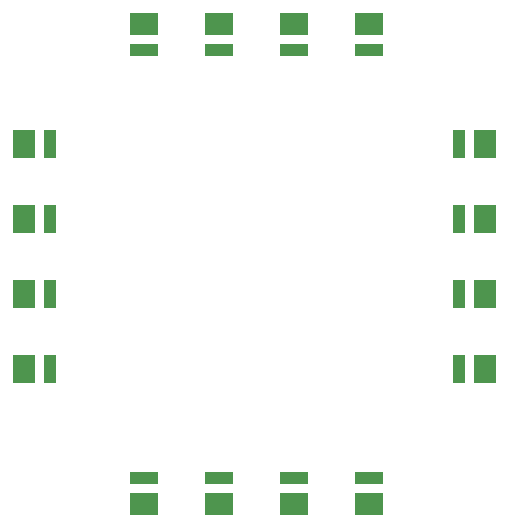
<source format=gbr>
%TF.GenerationSoftware,KiCad,Pcbnew,(5.1.6)-1*%
%TF.CreationDate,2020-10-15T00:56:24-04:00*%
%TF.ProjectId,KiCAD PCB,4b694341-4420-4504-9342-2e6b69636164,rev?*%
%TF.SameCoordinates,Original*%
%TF.FileFunction,Paste,Top*%
%TF.FilePolarity,Positive*%
%FSLAX46Y46*%
G04 Gerber Fmt 4.6, Leading zero omitted, Abs format (unit mm)*
G04 Created by KiCad (PCBNEW (5.1.6)-1) date 2020-10-15 00:56:24*
%MOMM*%
%LPD*%
G01*
G04 APERTURE LIST*
%ADD10R,1.030000X2.400000*%
%ADD11R,1.980000X2.400000*%
%ADD12R,2.400000X1.030000*%
%ADD13R,2.400000X1.980000*%
G04 APERTURE END LIST*
D10*
%TO.C,D16*%
X135255000Y-96520000D03*
D11*
X137460000Y-96520000D03*
%TD*%
D10*
%TO.C,D15*%
X135255000Y-90170000D03*
D11*
X137460000Y-90170000D03*
%TD*%
D10*
%TO.C,D14*%
X135255000Y-83820000D03*
D11*
X137460000Y-83820000D03*
%TD*%
D10*
%TO.C,D13*%
X135255000Y-77470000D03*
D11*
X137460000Y-77470000D03*
%TD*%
D12*
%TO.C,D12*%
X127635000Y-105745000D03*
D13*
X127635000Y-107950000D03*
%TD*%
D12*
%TO.C,D11*%
X127635000Y-69515000D03*
D13*
X127635000Y-67310000D03*
%TD*%
D12*
%TO.C,D10*%
X121285000Y-105745000D03*
D13*
X121285000Y-107950000D03*
%TD*%
D12*
%TO.C,D9*%
X121285000Y-69515000D03*
D13*
X121285000Y-67310000D03*
%TD*%
D12*
%TO.C,D8*%
X114935000Y-105745000D03*
D13*
X114935000Y-107950000D03*
%TD*%
D12*
%TO.C,D7*%
X114935000Y-69515000D03*
D13*
X114935000Y-67310000D03*
%TD*%
D12*
%TO.C,D6*%
X108585000Y-105745000D03*
D13*
X108585000Y-107950000D03*
%TD*%
D12*
%TO.C,D5*%
X108585000Y-69515000D03*
D13*
X108585000Y-67310000D03*
%TD*%
D10*
%TO.C,D4*%
X100630000Y-96520000D03*
D11*
X98425000Y-96520000D03*
%TD*%
D10*
%TO.C,D3*%
X100630000Y-90170000D03*
D11*
X98425000Y-90170000D03*
%TD*%
D10*
%TO.C,D2*%
X100630000Y-83820000D03*
D11*
X98425000Y-83820000D03*
%TD*%
D10*
%TO.C,D1*%
X100630000Y-77470000D03*
D11*
X98425000Y-77470000D03*
%TD*%
M02*

</source>
